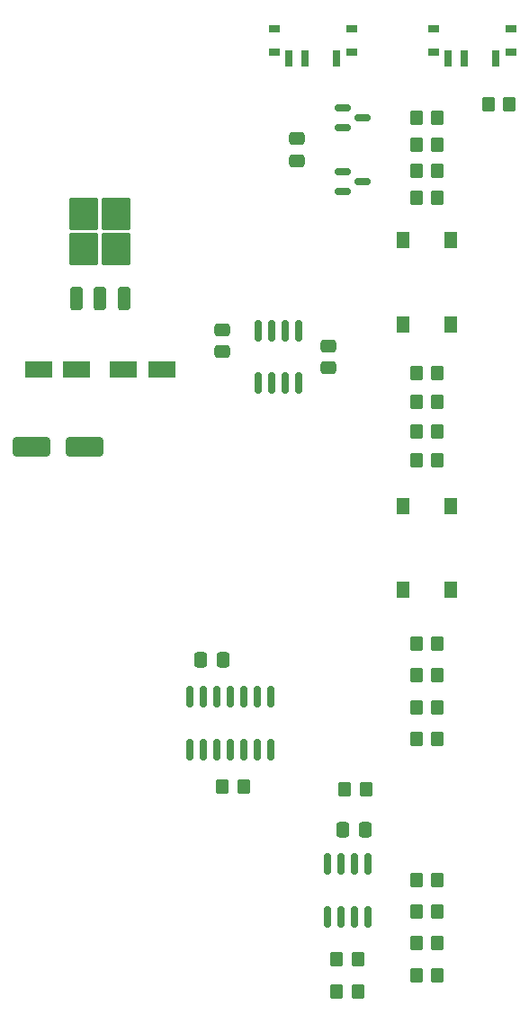
<source format=gbr>
%TF.GenerationSoftware,KiCad,Pcbnew,8.0.2+b1*%
%TF.CreationDate,2025-03-29T04:57:43+02:00*%
%TF.ProjectId,3dglassbox,3364676c-6173-4736-926f-782e6b696361,rev?*%
%TF.SameCoordinates,Original*%
%TF.FileFunction,Paste,Top*%
%TF.FilePolarity,Positive*%
%FSLAX46Y46*%
G04 Gerber Fmt 4.6, Leading zero omitted, Abs format (unit mm)*
G04 Created by KiCad (PCBNEW 8.0.2+b1) date 2025-03-29 04:57:43*
%MOMM*%
%LPD*%
G01*
G04 APERTURE LIST*
G04 Aperture macros list*
%AMRoundRect*
0 Rectangle with rounded corners*
0 $1 Rounding radius*
0 $2 $3 $4 $5 $6 $7 $8 $9 X,Y pos of 4 corners*
0 Add a 4 corners polygon primitive as box body*
4,1,4,$2,$3,$4,$5,$6,$7,$8,$9,$2,$3,0*
0 Add four circle primitives for the rounded corners*
1,1,$1+$1,$2,$3*
1,1,$1+$1,$4,$5*
1,1,$1+$1,$6,$7*
1,1,$1+$1,$8,$9*
0 Add four rect primitives between the rounded corners*
20,1,$1+$1,$2,$3,$4,$5,0*
20,1,$1+$1,$4,$5,$6,$7,0*
20,1,$1+$1,$6,$7,$8,$9,0*
20,1,$1+$1,$8,$9,$2,$3,0*%
G04 Aperture macros list end*
%ADD10RoundRect,0.250000X0.350000X-0.850000X0.350000X0.850000X-0.350000X0.850000X-0.350000X-0.850000X0*%
%ADD11RoundRect,0.250000X1.125000X-1.275000X1.125000X1.275000X-1.125000X1.275000X-1.125000X-1.275000X0*%
%ADD12R,1.300000X1.550000*%
%ADD13RoundRect,0.250000X-0.350000X-0.450000X0.350000X-0.450000X0.350000X0.450000X-0.350000X0.450000X0*%
%ADD14R,1.000000X0.800000*%
%ADD15R,0.700000X1.500000*%
%ADD16RoundRect,0.150000X-0.587500X-0.150000X0.587500X-0.150000X0.587500X0.150000X-0.587500X0.150000X0*%
%ADD17RoundRect,0.250000X0.350000X0.450000X-0.350000X0.450000X-0.350000X-0.450000X0.350000X-0.450000X0*%
%ADD18RoundRect,0.250000X-0.475000X0.337500X-0.475000X-0.337500X0.475000X-0.337500X0.475000X0.337500X0*%
%ADD19RoundRect,0.250000X1.050000X0.550000X-1.050000X0.550000X-1.050000X-0.550000X1.050000X-0.550000X0*%
%ADD20RoundRect,0.150000X0.150000X-0.825000X0.150000X0.825000X-0.150000X0.825000X-0.150000X-0.825000X0*%
%ADD21RoundRect,0.250000X-1.050000X-0.550000X1.050000X-0.550000X1.050000X0.550000X-1.050000X0.550000X0*%
%ADD22RoundRect,0.250000X-0.337500X-0.475000X0.337500X-0.475000X0.337500X0.475000X-0.337500X0.475000X0*%
%ADD23RoundRect,0.250000X1.500000X0.650000X-1.500000X0.650000X-1.500000X-0.650000X1.500000X-0.650000X0*%
G04 APERTURE END LIST*
D10*
%TO.C,U1*%
X128660000Y-80690000D03*
X130940000Y-80690000D03*
D11*
X129415000Y-76065000D03*
X132465000Y-76065000D03*
X129415000Y-72715000D03*
X132465000Y-72715000D03*
D10*
X133220000Y-80690000D03*
%TD*%
D12*
%TO.C,SW6*%
X159440000Y-83165000D03*
X159440000Y-75215000D03*
X163940000Y-83165000D03*
X163940000Y-75215000D03*
%TD*%
D13*
%TO.C,R20*%
X142440000Y-126690000D03*
X144440000Y-126690000D03*
%TD*%
D14*
%TO.C,SW2*%
X169590000Y-57470000D03*
X169590000Y-55260000D03*
X162290000Y-57470000D03*
X162290000Y-55260000D03*
D15*
X168190000Y-58120000D03*
X165190000Y-58120000D03*
X163690000Y-58120000D03*
%TD*%
D14*
%TO.C,SW4*%
X154590000Y-57470000D03*
X154590000Y-55260000D03*
X147290000Y-57470000D03*
X147290000Y-55260000D03*
D15*
X153190000Y-58120000D03*
X150190000Y-58120000D03*
X148690000Y-58120000D03*
%TD*%
D16*
%TO.C,Q1*%
X153752500Y-68740000D03*
X153752500Y-70640000D03*
X155627500Y-69690000D03*
%TD*%
D17*
%TO.C,R16*%
X162690000Y-144440000D03*
X160690000Y-144440000D03*
%TD*%
%TO.C,R13*%
X162690000Y-116190000D03*
X160690000Y-116190000D03*
%TD*%
D18*
%TO.C,C4*%
X152440000Y-85152500D03*
X152440000Y-87227500D03*
%TD*%
D19*
%TO.C,C1*%
X136740000Y-87390000D03*
X133140000Y-87390000D03*
%TD*%
D17*
%TO.C,R15*%
X162690000Y-138440000D03*
X160690000Y-138440000D03*
%TD*%
%TO.C,R5*%
X162690000Y-113190000D03*
X160690000Y-113190000D03*
%TD*%
D18*
%TO.C,C3*%
X142440000Y-83652500D03*
X142440000Y-85727500D03*
%TD*%
D20*
%TO.C,U3*%
X152285000Y-138915000D03*
X153555000Y-138915000D03*
X154825000Y-138915000D03*
X156095000Y-138915000D03*
X156095000Y-133965000D03*
X154825000Y-133965000D03*
X153555000Y-133965000D03*
X152285000Y-133965000D03*
%TD*%
D17*
%TO.C,R14*%
X162690000Y-122190000D03*
X160690000Y-122190000D03*
%TD*%
D12*
%TO.C,SW5*%
X159440000Y-108165000D03*
X159440000Y-100215000D03*
X163940000Y-108165000D03*
X163940000Y-100215000D03*
%TD*%
D17*
%TO.C,R3*%
X162690000Y-87690000D03*
X160690000Y-87690000D03*
%TD*%
%TO.C,R6*%
X162690000Y-119190000D03*
X160690000Y-119190000D03*
%TD*%
%TO.C,R19*%
X155190000Y-142940000D03*
X153190000Y-142940000D03*
%TD*%
%TO.C,R12*%
X162690000Y-95940000D03*
X160690000Y-95940000D03*
%TD*%
D16*
%TO.C,Q2*%
X153752500Y-62740000D03*
X153752500Y-64640000D03*
X155627500Y-63690000D03*
%TD*%
D21*
%TO.C,C2*%
X125140000Y-87390000D03*
X128740000Y-87390000D03*
%TD*%
D17*
%TO.C,R9*%
X162690000Y-66190000D03*
X160690000Y-66190000D03*
%TD*%
%TO.C,R11*%
X162690000Y-90440000D03*
X160690000Y-90440000D03*
%TD*%
%TO.C,R4*%
X162690000Y-93190000D03*
X160690000Y-93190000D03*
%TD*%
D20*
%TO.C,U2*%
X145785000Y-88665000D03*
X147055000Y-88665000D03*
X148325000Y-88665000D03*
X149595000Y-88665000D03*
X149595000Y-83715000D03*
X148325000Y-83715000D03*
X147055000Y-83715000D03*
X145785000Y-83715000D03*
%TD*%
D17*
%TO.C,R8*%
X162690000Y-141440000D03*
X160690000Y-141440000D03*
%TD*%
D18*
%TO.C,C6*%
X149440000Y-65652500D03*
X149440000Y-67727500D03*
%TD*%
D22*
%TO.C,C5*%
X140402500Y-114690000D03*
X142477500Y-114690000D03*
%TD*%
D17*
%TO.C,R2*%
X162690000Y-68690000D03*
X160690000Y-68690000D03*
%TD*%
D13*
%TO.C,R21*%
X153940000Y-126940000D03*
X155940000Y-126940000D03*
%TD*%
%TO.C,R18*%
X153190000Y-145940000D03*
X155190000Y-145940000D03*
%TD*%
D17*
%TO.C,R10*%
X162690000Y-71190000D03*
X160690000Y-71190000D03*
%TD*%
%TO.C,R17*%
X169440000Y-62440000D03*
X167440000Y-62440000D03*
%TD*%
D23*
%TO.C,D17*%
X129440000Y-94690000D03*
X124440000Y-94690000D03*
%TD*%
D22*
%TO.C,C8*%
X153798236Y-130690000D03*
X155873236Y-130690000D03*
%TD*%
D20*
%TO.C,U4*%
X139380000Y-123165000D03*
X140650000Y-123165000D03*
X141920000Y-123165000D03*
X143190000Y-123165000D03*
X144460000Y-123165000D03*
X145730000Y-123165000D03*
X147000000Y-123165000D03*
X147000000Y-118215000D03*
X145730000Y-118215000D03*
X144460000Y-118215000D03*
X143190000Y-118215000D03*
X141920000Y-118215000D03*
X140650000Y-118215000D03*
X139380000Y-118215000D03*
%TD*%
D17*
%TO.C,R1*%
X162690000Y-63690000D03*
X160690000Y-63690000D03*
%TD*%
%TO.C,R7*%
X162690000Y-135440000D03*
X160690000Y-135440000D03*
%TD*%
M02*

</source>
